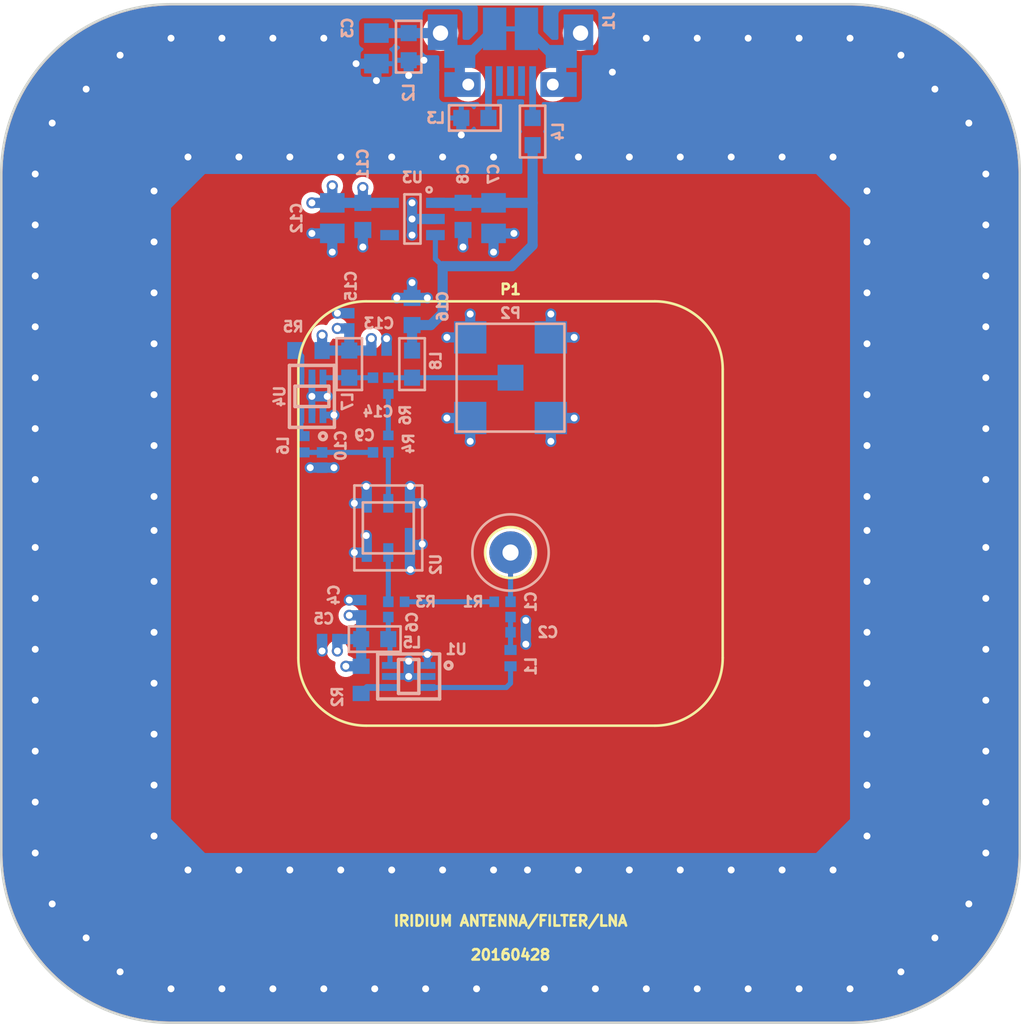
<source format=kicad_pcb>
(kicad_pcb (version 20221018) (generator pcbnew)
  (title_block (title "Iridium Antenna/Filter/LNA") (date "2016-04-28") (rev "20160428") (company "ShareBrained Technology, Inc."))
  (layers (0 "F.Cu" signal) (1 "In1.Cu" power) (2 "In2.Cu" power) (31 "B.Cu" signal) (34 "B.Paste" user) (35 "F.Paste" user) (36 "B.SilkS" user "B.Silkscreen") (37 "F.SilkS" user "F.Silkscreen") (38 "B.Mask" user) (39 "F.Mask" user) (44 "Edge.Cuts" user))
  (net 0 "")
  (net 1 "Net-(C1-Pad1)")
  (net 2 "Net-(C1-Pad2)")
  (net 3 "GND")
  (net 4 "Net-(C3-Pad1)")
  (net 5 "/V_REG")
  (net 6 "Net-(C6-Pad1)")
  (net 7 "Net-(C6-Pad2)")
  (net 8 "/V_RAW")
  (net 9 "Net-(C9-Pad1)")
  (net 10 "Net-(C10-Pad1)")
  (net 11 "Net-(C14-Pad1)")
  (net 12 "Net-(C14-Pad2)")
  (net 13 "Net-(J1-Pad5)")
  (net 14 "Net-(J1-Pad4)")
  (net 15 "Net-(J1-Pad3)")
  (net 16 "Net-(J1-Pad2)")
  (net 17 "Net-(J1-Pad1)")
  (net 18 "Net-(L1-Pad1)")
  (net 19 "Net-(L6-Pad1)")
  (net 20 "Net-(R1-Pad1)")
  (net 21 "Net-(R2-Pad2)")
  (net 22 "Net-(R4-Pad2)")
  (net 23 "Net-(R5-Pad2)")
  (net 24 "Net-(U3-Pad4)")
  (footprint "antenna:TAOGLAS_IP.1621.25.4.A.02" (layer "F.Cu") (at 150 100)
    (fp_text reference "P1")
    (fp_text value "ANT")
  )
  (footprint "ipc_capc:IPC_CAPC1005X55N" (layer "B.Cu") (at 150 105.65 -90)
    (fp_text reference "C1")
    (fp_text value "22P" hide)
  )
  (footprint "ipc_capc:IPC_CAPC1005X55N" (layer "B.Cu") (at 150.45 107)
    (fp_text reference "C2")
    (fp_text value "C" hide)
  )
  (footprint "ipc_capc:IPC_CAPC2012X140N" (layer "B.Cu") (at 142.1 72.6 -90)
    (fp_text reference "C3")
    (fp_text value "100N" hide)
  )
  (footprint "ipc_capc:IPC_CAPC1005X55N" (layer "B.Cu") (at 141.2 105.55 90)
    (fp_text reference "C4")
    (fp_text value "68P" hide)
  )
  (footprint "ipc_capc:IPC_CAPC1005X55N" (layer "B.Cu") (at 139.35 107.4 180)
    (fp_text reference "C5")
    (fp_text value "10N" hide)
  )
  (footprint "ipc_capc:IPC_CAPC1005X55N" (layer "B.Cu") (at 142.8 105.65 90)
    (fp_text reference "C6")
    (fp_text value "22P" hide)
  )
  (footprint "ipc_capc:IPC_CAPC2012X140N" (layer "B.Cu") (at 149 82.6 -90)
    (fp_text reference "C7")
    (fp_text value "10U" hide)
  )
  (footprint "ipc_capc:IPC_CAPC1608X95N" (layer "B.Cu") (at 147.2 82.5 -90)
    (fp_text reference "C8")
    (fp_text value "100N" hide)
  )
  (footprint "ipc_capc:IPC_CAPC1005X55N" (layer "B.Cu") (at 142.35 96.4 180)
    (fp_text reference "C9")
    (fp_text value "22P" hide)
  )
  (footprint "ipc_capc:IPC_CAPC1005X55N" (layer "B.Cu") (at 138.9 96.85 -90)
    (fp_text reference "C10")
    (fp_text value "C" hide)
  )
  (footprint "ipc_capc:IPC_CAPC1608X95N" (layer "B.Cu") (at 141.3 82.5 -90)
    (fp_text reference "C11")
    (fp_text value "100N" hide)
  )
  (footprint "ipc_capc:IPC_CAPC2012X140N" (layer "B.Cu") (at 139.5 82.6 -90)
    (fp_text reference "C12")
    (fp_text value "10U" hide)
  )
  (footprint "ipc_capc:IPC_CAPC1005X55N" (layer "B.Cu") (at 142.25 90.4)
    (fp_text reference "C13")
    (fp_text value "68P" hide)
  )
  (footprint "ipc_capc:IPC_CAPC1005X55N" (layer "B.Cu") (at 142.35 92)
    (fp_text reference "C14")
    (fp_text value "22P" hide)
  )
  (footprint "ipc_capc:IPC_CAPC1005X55N" (layer "B.Cu") (at 140.5 88.65 90)
    (fp_text reference "C15")
    (fp_text value "10N" hide)
  )
  (footprint "ipc_capc:IPC_CAPC1608X95N" (layer "B.Cu") (at 144.2 88.1 90)
    (fp_text reference "C16")
    (fp_text value "100N" hide)
  )
  (footprint "hackrf:GSG-USB-MICROB-FCI-10103592" (layer "B.Cu") (at 150 70 -90)
    (fp_text reference "J1")
    (fp_text value "GSG-USB-MICRO-B-SHIELDED" hide)
  )
  (footprint "ipc_indc:IPC_INDC1005X60N" (layer "B.Cu") (at 150 108.52 90)
    (fp_text reference "L1")
    (fp_text value "L" hide)
  )
  (footprint "ipc_indc:IPC_INDC1608X95N" (layer "B.Cu") (at 144 72.5 90)
    (fp_text reference "L2")
    (fp_text value "L" hide)
  )
  (footprint "ipc_indc:IPC_INDC1608X95N" (layer "B.Cu") (at 147.8999 76.7)
    (fp_text reference "L3")
    (fp_text value "L" hide)
  )
  (footprint "ipc_indc:IPC_INDC1608X95N" (layer "B.Cu") (at 151.3 77.5001 90)
    (fp_text reference "L4")
    (fp_text value "L" hide)
  )
  (footprint "ipc_indc:IPC_INDC1608X95N" (layer "B.Cu") (at 142 107.4 180)
    (fp_text reference "L5")
    (fp_text value "47N" hide)
  )
  (footprint "ipc_indc:IPC_INDC1005X60N" (layer "B.Cu") (at 137.8 95.92 -90)
    (fp_text reference "L6")
    (fp_text value "L" hide)
  )
  (footprint "ipc_indc:IPC_INDC1608X95N" (layer "B.Cu") (at 140.5 91.1999 90)
    (fp_text reference "L7")
    (fp_text value "47N" hide)
  )
  (footprint "ipc_indc:IPC_INDC1608X95N" (layer "B.Cu") (at 144.2 91.1999 90)
    (fp_text reference "L8")
    (fp_text value "L" hide)
  )
  (footprint "ipc_resc:IPC_RESC1005X40N" (layer "B.Cu") (at 149.52 105.2)
    (fp_text reference "R1")
    (fp_text value "0R" hide)
  )
  (footprint "ipc_resc:IPC_RESC1608X55N" (layer "B.Cu") (at 141.2 109.8 -90)
    (fp_text reference "R2")
    (fp_text value "620R" hide)
  )
  (footprint "ipc_resc:IPC_RESC1005X40N" (layer "B.Cu") (at 143.28 105.2)
    (fp_text reference "R3")
    (fp_text value "0R" hide)
  )
  (footprint "ipc_resc:IPC_RESC1005X40N" (layer "B.Cu") (at 142.8 95.88 90)
    (fp_text reference "R4")
    (fp_text value "0R" hide)
  )
  (footprint "ipc_resc:IPC_RESC1608X55N" (layer "B.Cu") (at 138.1 90.4 180)
    (fp_text reference "R5")
    (fp_text value "620R" hide)
  )
  (footprint "ipc_resc:IPC_RESC1005X40N" (layer "B.Cu") (at 142.8 92.48 -90)
    (fp_text reference "R6")
    (fp_text value "0R" hide)
  )
  (footprint "ipc_sot:IPC_SOT65P210X110-6N" (layer "B.Cu") (at 144 109.6 180)
    (fp_text reference "U1")
    (fp_text value "MGA-61563" hide)
  )
  (footprint "epcos:EPCOS_DCC6C" (layer "B.Cu") (at 142.8 100.85 90)
    (fp_text reference "U2")
    (fp_text value "EPCOS_DCC6C" hide)
  )
  (footprint "ipc_sot:IPC_SOT95P280X110-5N" (layer "B.Cu") (at 144.223826 82.65 180)
    (fp_text reference "U3")
    (fp_text value "ADP151_TSOT" hide)
  )
  (footprint "ipc_sot:IPC_SOT65P210X110-6N" (layer "B.Cu") (at 138.3 93.1 90)
    (fp_text reference "U4")
    (fp_text value "MGA-61563" hide)
  )
  (footprint "rf_sma:MOLEX_0732511350" (layer "B.Cu") (at 150 92)
    (fp_text reference "P2")
    (fp_text value "CONN_COAX" hide)
  )
  (gr_arc (start 130 130) (mid 122.928932 127.071068) (end 120 120) (stroke (width 0.15)) (layer "Edge.Cuts"))
  (gr_arc (start 180 120) (mid 177.071068 127.071068) (end 170 130) (stroke (width 0.15)) (layer "Edge.Cuts"))
  (gr_arc (start 120 80) (mid 122.928932 72.928932) (end 130 70) (stroke (width 0.15)) (layer "Edge.Cuts"))
  (gr_line (start 130 70) (end 170 70) (stroke (width 0.15)) (layer "Edge.Cuts"))
  (gr_arc (start 170 70) (mid 177.071068 72.928932) (end 180 80) (stroke (width 0.15)) (layer "Edge.Cuts"))
  (gr_line (start 180 80) (end 180 120) (stroke (width 0.15)) (layer "Edge.Cuts"))
  (gr_line (start 170 130) (end 130 130) (stroke (width 0.15)) (layer "Edge.Cuts"))
  (gr_line (start 120 120) (end 120 80) (stroke (width 0.15)) (layer "Edge.Cuts"))
  (gr_text "20160428" (at 150 126) (layer "F.SilkS") (effects (font (size 0.6096 0.6096) (thickness 0.1524))))
  (gr_text "IRIDIUM ANTENNA/FILTER/LNA" (at 150 124) (layer "F.SilkS") (effects (font (size 0.6096 0.6096) (thickness 0.1524))))
  (segment (start 150 102.3) (end 150 105.2) (width 0.3) (layer "B.Cu") (net 1))
  (segment (start 150 107) (end 150 108.04) (width 0.3) (layer "B.Cu") (net 2))
  (segment (start 150 106.1) (end 150 107) (width 0.3) (layer "B.Cu") (net 2))
  (via (at 140.8 99.4) (size 0.6604) (drill 0.4064) (layers "F.Cu" "B.Cu") (net 3))
  (via (at 158 128) (size 0.6604) (drill 0.4064) (layers "F.Cu" "B.Cu") (net 3))
  (via (at 127 127) (size 0.6604) (drill 0.4064) (layers "F.Cu" "B.Cu") (net 3))
  (via (at 152 128) (size 0.6604) (drill 0.4064) (layers "F.Cu" "B.Cu") (net 3))
  (via (at 144.2 82.65) (size 0.6604) (drill 0.4064) (layers "F.Cu" "B.Cu") (net 3))
  (via (at 147.2 84.3) (size 0.6604) (drill 0.4064) (layers "F.Cu" "B.Cu") (net 3))
  (via (at 153.75 89.625) (size 0.6604) (drill 0.4064) (layers "F.Cu" "B.Cu") (net 3))
  (via (at 149 84.6) (size 0.6604) (drill 0.4064) (layers "F.Cu" "B.Cu") (net 3))
  (via (at 129 113) (size 0.6604) (drill 0.4064) (layers "F.Cu" "B.Cu") (net 3))
  (via (at 144.2 86.4) (size 0.6604) (drill 0.4064) (layers "F.Cu" "B.Cu") (net 3))
  (via (at 178 98) (size 0.6604) (drill 0.4064) (layers "F.Cu" "B.Cu") (net 3))
  (via (at 178 105) (size 0.6604) (drill 0.4064) (layers "F.Cu" "B.Cu") (net 3))
  (via (at 166 121) (size 0.6604) (drill 0.4064) (layers "F.Cu" "B.Cu") (net 3))
  (via (at 122 89) (size 0.6604) (drill 0.4064) (layers "F.Cu" "B.Cu") (net 3))
  (via (at 177 123) (size 0.6604) (drill 0.4064) (layers "F.Cu" "B.Cu") (net 3))
  (via (at 141.5 101.3) (size 0.6604) (drill 0.4064) (layers "F.Cu" "B.Cu") (net 3))
  (via (at 171 81) (size 0.6604) (drill 0.4064) (layers "F.Cu" "B.Cu") (net 3))
  (via (at 157 79) (size 0.6604) (drill 0.4064) (layers "F.Cu" "B.Cu") (net 3))
  (via (at 129 90) (size 0.6604) (drill 0.4064) (layers "F.Cu" "B.Cu") (net 3))
  (via (at 173 127) (size 0.6604) (drill 0.4064) (layers "F.Cu" "B.Cu") (net 3))
  (via (at 171 99) (size 0.6604) (drill 0.4064) (layers "F.Cu" "B.Cu") (net 3))
  (via (at 178 114) (size 0.6604) (drill 0.4064) (layers "F.Cu" "B.Cu") (net 3))
  (via (at 129 84) (size 0.6604) (drill 0.4064) (layers "F.Cu" "B.Cu") (net 3))
  (via (at 171 116) (size 0.6604) (drill 0.4064) (layers "F.Cu" "B.Cu") (net 3))
  (via (at 153.75 94.375) (size 0.6604) (drill 0.4064) (layers "F.Cu" "B.Cu") (net 3))
  (via (at 152.375 88.25) (size 0.6604) (drill 0.4064) (layers "F.Cu" "B.Cu") (net 3))
  (via (at 178 95) (size 0.6604) (drill 0.4064) (layers "F.Cu" "B.Cu") (net 3))
  (via (at 171 87) (size 0.6604) (drill 0.4064) (layers "F.Cu" "B.Cu") (net 3))
  (via (at 136 128) (size 0.6604) (drill 0.4064) (layers "F.Cu" "B.Cu") (net 3))
  (via (at 171 119) (size 0.6604) (drill 0.4064) (layers "F.Cu" "B.Cu") (net 3))
  (via (at 146.25 94.375) (size 0.6604) (drill 0.4064) (layers "F.Cu" "B.Cu") (net 3))
  (via (at 146.25 89.625) (size 0.6604) (drill 0.4064) (layers "F.Cu" "B.Cu") (net 3))
  (via (at 137 121) (size 0.6604) (drill 0.4064) (layers "F.Cu" "B.Cu") (net 3))
  (via (at 122 111) (size 0.6604) (drill 0.4064) (layers "F.Cu" "B.Cu") (net 3))
  (via (at 142.1 74.5) (size 0.6604) (drill 0.4064) (layers "F.Cu" "B.Cu") (net 3))
  (via (at 143 79) (size 0.6604) (drill 0.4064) (layers "F.Cu" "B.Cu") (net 3))
  (via (at 169 79) (size 0.6604) (drill 0.4064) (layers "F.Cu" "B.Cu") (net 3))
  (via (at 147.625 95.75) (size 0.6604) (drill 0.4064) (layers "F.Cu" "B.Cu") (net 3))
  (via (at 178 89) (size 0.6604) (drill 0.4064) (layers "F.Cu" "B.Cu") (net 3))
  (via (at 129 104) (size 0.6604) (drill 0.4064) (layers "F.Cu" "B.Cu") (net 3))
  (via (at 139.6 94.2) (size 0.6604) (drill 0.4064) (layers "F.Cu" "B.Cu") (net 3))
  (via (at 178 102) (size 0.6604) (drill 0.4064) (layers "F.Cu" "B.Cu") (net 3))
  (via (at 157 121) (size 0.6604) (drill 0.4064) (layers "F.Cu" "B.Cu") (net 3))
  (via (at 173 73) (size 0.6604) (drill 0.4064) (layers "F.Cu" "B.Cu") (net 3))
  (via (at 171 101) (size 0.6604) (drill 0.4064) (layers "F.Cu" "B.Cu") (net 3))
  (via (at 178 83) (size 0.6604) (drill 0.4064) (layers "F.Cu" "B.Cu") (net 3))
  (via (at 131 79) (size 0.6604) (drill 0.4064) (layers "F.Cu" "B.Cu") (net 3))
  (via (at 167 72) (size 0.6604) (drill 0.4064) (layers "F.Cu" "B.Cu") (net 3))
  (via (at 122 105) (size 0.6604) (drill 0.4064) (layers "F.Cu" "B.Cu") (net 3))
  (via (at 144.8 101.8) (size 0.6604) (drill 0.4064) (layers "F.Cu" "B.Cu") (net 3))
  (via (at 140.5 105.1) (size 0.6604) (drill 0.4064) (layers "F.Cu" "B.Cu") (net 3))
  (via (at 169 121) (size 0.6604) (drill 0.4064) (layers "F.Cu" "B.Cu") (net 3))
  (via (at 129 96) (size 0.6604) (drill 0.4064) (layers "F.Cu" "B.Cu") (net 3))
  (via (at 156 74) (size 0.6604) (drill 0.4064) (layers "F.Cu" "B.Cu") (net 3))
  (via (at 152.375 95.75) (size 0.6604) (drill 0.4064) (layers "F.Cu" "B.Cu") (net 3))
  (via (at 171 104) (size 0.6604) (drill 0.4064) (layers "F.Cu" "B.Cu") (net 3))
  (via (at 141.5 98.4) (size 0.6604) (drill 0.4064) (layers "F.Cu" "B.Cu") (net 3))
  (via (at 129 119) (size 0.6604) (drill 0.4064) (layers "F.Cu" "B.Cu") (net 3))
  (via (at 178 108) (size 0.6604) (drill 0.4064) (layers "F.Cu" "B.Cu") (net 3))
  (via (at 178 117) (size 0.6604) (drill 0.4064) (layers "F.Cu" "B.Cu") (net 3))
  (via (at 171 110) (size 0.6604) (drill 0.4064) (layers "F.Cu" "B.Cu") (net 3))
  (via (at 175 125) (size 0.6604) (drill 0.4064) (layers "F.Cu" "B.Cu") (net 3))
  (via (at 177 77) (size 0.6604) (drill 0.4064) (layers "F.Cu" "B.Cu") (net 3))
  (via (at 139.6 97.3) (size 0.6604) (drill 0.4064) (layers "F.Cu" "B.Cu") (net 3))
  (via (at 178 120) (size 0.6604) (drill 0.4064) (layers "F.Cu" "B.Cu") (net 3))
  (via (at 122 114) (size 0.6604) (drill 0.4064) (layers "F.Cu" "B.Cu") (net 3))
  (via (at 130 72) (size 0.6604) (drill 0.4064) (layers "F.Cu" "B.Cu") (net 3))
  (via (at 149 79) (size 0.6604) (drill 0.4064) (layers "F.Cu" "B.Cu") (net 3))
  (via (at 144.2 81.7) (size 0.6604) (drill 0.4064) (layers "F.Cu" "B.Cu") (net 3))
  (via (at 122 108) (size 0.6604) (drill 0.4064) (layers "F.Cu" "B.Cu") (net 3))
  (via (at 140 121) (size 0.6604) (drill 0.4064) (layers "F.Cu" "B.Cu") (net 3))
  (via (at 155 128) (size 0.6604) (drill 0.4064) (layers "F.Cu" "B.Cu") (net 3))
  (via (at 147.1 77.7) (size 0.6604) (drill 0.4064) (layers "F.Cu" "B.Cu") (net 3))
  (via (at 122 120) (size 0.6604) (drill 0.4064) (layers "F.Cu" "B.Cu") (net 3))
  (via (at 129 99) (size 0.6604) (drill 0.4064) (layers "F.Cu" "B.Cu") (net 3))
  (via (at 145.1 108.3) (size 0.6604) (drill 0.4064) (layers "F.Cu" "B.Cu") (net 3))
  (via (at 148 128) (size 0.6604) (drill 0.4064) (layers "F.Cu" "B.Cu") (net 3))
  (via (at 123 77) (size 0.6604) (drill 0.4064) (layers "F.Cu" "B.Cu") (net 3))
  (via (at 140.9 73.5) (size 0.6604) (drill 0.4064) (layers "F.Cu" "B.Cu") (net 3))
  (via (at 178 111) (size 0.6604) (drill 0.4064) (layers "F.Cu" "B.Cu") (net 3))
  (via (at 163 121) (size 0.6604) (drill 0.4064) (layers "F.Cu" "B.Cu") (net 3))
  (via (at 164 128) (size 0.6604) (drill 0.4064) (layers "F.Cu" "B.Cu") (net 3))
  (via (at 139 72) (size 0.6604) (drill 0.4064) (layers "F.Cu" "B.Cu") (net 3))
  (via (at 161 72) (size 0.6604) (drill 0.4064) (layers "F.Cu" "B.Cu") (net 3))
  (via (at 125 125) (size 0.6604) (drill 0.4064) (layers "F.Cu" "B.Cu") (net 3))
  (via (at 129 101) (size 0.6604) (drill 0.4064) (layers "F.Cu" "B.Cu") (net 3))
  (via (at 122 117) (size 0.6604) (drill 0.4064) (layers "F.Cu" "B.Cu") (net 3))
  (via (at 122 86) (size 0.6604) (drill 0.4064) (layers "F.Cu" "B.Cu") (net 3))
  (via (at 122 92) (size 0.6604) (drill 0.4064) (layers "F.Cu" "B.Cu") (net 3))
  (via (at 129 107) (size 0.6604) (drill 0.4064) (layers "F.Cu" "B.Cu") (net 3))
  (via (at 144.1 98.4) (size 0.6604) (drill 0.4064) (layers "F.Cu" "B.Cu") (net 3))
  (via (at 138.2 97.3) (size 0.6604) (drill 0.4064) (layers "F.Cu" "B.Cu") (net 3))
  (via (at 144 109.6) (size 0.6604) (drill 0.4064) (layers "F.Cu" "B.Cu") (net 3))
  (via (at 158 72) (size 0.6604) (drill 0.4064) (layers "F.Cu" "B.Cu") (net 3))
  (via (at 144.1 103.3) (size 0.6604) (drill 0.4064) (layers "F.Cu" "B.Cu") (net 3))
  (via (at 129 93) (size 0.6604) (drill 0.4064) (layers "F.Cu" "B.Cu") (net 3))
  (via (at 129 81) (size 0.6604) (drill 0.4064) (layers "F.Cu" "B.Cu") (net 3))
  (via (at 138.9 108.1) (size 0.6604) (drill 0.4064) (layers "F.Cu" "B.Cu") (net 3))
  (via (at 147.625 88.25) (size 0.6604) (drill 0.4064) (layers "F.Cu" "B.Cu") (net 3))
  (via (at 129 87) (size 0.6604) (drill 0.4064) (layers "F.Cu" "B.Cu") (net 3))
  (via (at 133 72) (size 0.6604) (drill 0.4064) (layers "F.Cu" "B.Cu") (net 3))
  (via (at 130 128) (size 0.6604) (drill 0.4064) (layers "F.Cu" "B.Cu") (net 3))
  (via (at 178 80) (size 0.6604) (drill 0.4064) (layers "F.Cu" "B.Cu") (net 3))
  (via (at 134 79) (size 0.6604) (drill 0.4064) (layers "F.Cu" "B.Cu") (net 3))
  (via (at 144 74.2) (size 0.6604) (drill 0.4064) (layers "F.Cu" "B.Cu") (net 3))
  (via (at 144.2 83.6) (size 0.6604) (drill 0.4064) (layers "F.Cu" "B.Cu") (net 3))
  (via (at 142.7 89.7) (size 0.6604) (drill 0.4064) (layers "F.Cu" "B.Cu") (net 3))
  (via (at 143.3 87.3) (size 0.6604) (drill 0.4064) (layers "F.Cu" "B.Cu") (net 3))
  (via (at 122 83) (size 0.6604) (drill 0.4064) (layers "F.Cu" "B.Cu") (net 3))
  (via (at 129 116) (size 0.6604) (drill 0.4064) (layers "F.Cu" "B.Cu") (net 3))
  (via (at 150.9 106.3) (size 0.6604) (drill 0.4064) (layers "F.Cu" "B.Cu") (net 3))
  (via (at 171 107) (size 0.6604) (drill 0.4064) (layers "F.Cu" "B.Cu") (net 3))
  (via (at 170 72) (size 0.6604) (drill 0.4064) (layers "F.Cu" "B.Cu") (net 3))
  (via (at 154 79) (size 0.6604) (drill 0.4064) (layers "F.Cu" "B.Cu") (net 3))
  (via (at 125 75) (size 0.6604) (drill 0.4064) (layers "F.Cu" "B.Cu") (net 3))
  (via (at 122 102) (size 0.6604) (drill 0.4064) (layers "F.Cu" "B.Cu") (net 3))
  (via (at 171 96) (size 0.6604) (drill 0.4064) (layers "F.Cu" "B.Cu") (net 3))
  (via (at 134 121) (size 0.6604) (drill 0.4064) (layers "F.Cu" "B.Cu") (net 3))
  (via (at 151 121) (size 0.6604) (drill 0.4064) (layers "F.Cu" "B.Cu") (net 3))
  (via (at 175 75) (size 0.6604) (drill 0.4064) (layers "F.Cu" "B.Cu") (net 3))
  (via (at 139.2 93.1) (size 0.6604) (drill 0.4064) (layers "F.Cu" "B.Cu") (net 3))
  (via (at 138.3 93.1) (size 0.6604) (drill 0.4064) (layers "F.Cu" "B.Cu") (net 3))
  (via (at 167 128) (size 0.6604) (drill 0.4064) (layers "F.Cu" "B.Cu") (net 3))
  (via (at 136 72) (size 0.6604) (drill 0.4064) (layers "F.Cu" "B.Cu") (net 3))
  (via (at 171 90) (size 0.6604) (drill 0.4064) (layers "F.Cu" "B.Cu") (net 3))
  (via (at 146 79) (size 0.6604) (drill 0.4064) (layers "F.Cu" "B.Cu") (net 3))
  (via (at 161 128) (size 0.6604) (drill 0.4064) (layers "F.Cu" "B.Cu") (net 3))
  (via (at 123 123) (size 0.6604) (drill 0.4064) (layers "F.Cu" "B.Cu") (net 3))
  (via (at 138.3 83.5) (size 0.6604) (drill 0.4064) (layers "F.Cu" "B.Cu") (net 3))
  (via (at 166 79) (size 0.6604) (drill 0.4064) (layers "F.Cu" "B.Cu") (net 3))
  (via (at 178 86) (size 0.6604) (drill 0.4064) (layers "F.Cu" "B.Cu") (net 3))
  (via (at 141.3 84.3) (size 0.6604) (drill 0.4064) (layers "F.Cu" "B.Cu") (net 3))
  (via (at 170 128) (size 0.6604) (drill 0.4064) (layers "F.Cu" "B.Cu") (net 3))
  (via (at 139.8 88.2) (size 0.6604) (drill 0.4064) (layers "F.Cu" "B.Cu") (net 3))
  (via (at 163 79) (size 0.6604) (drill 0.4064) (layers "F.Cu" "B.Cu") (net 3))
  (via (at 139 128) (size 0.6604) (drill 0.4064) (layers "F.Cu" "B.Cu") (net 3))
  (via (at 144.8 99.4) (size 0.6604) (drill 0.4064) (layers "F.Cu" "B.Cu") (net 3))
  (via (at 160 121) (size 0.6604) (drill 0.4064) (layers "F.Cu" "B.Cu") (net 3))
  (via (at 140.8 102.3) (size 0.6604) (drill 0.4064) (layers "F.Cu" "B.Cu") (net 3))
  (via (at 140 79) (size 0.6604) (drill 0.4064) (layers "F.Cu" "B.Cu") (net 3))
  (via (at 164 72) (size 0.6604) (drill 0.4064) (layers "F.Cu" "B.Cu") (net 3))
  (via (at 171 93) (size 0.6604) (drill 0.4064) (layers "F.Cu" "B.Cu") (net 3))
  (via (at 137 79) (size 0.6604) (drill 0.4064) (layers "F.Cu" "B.Cu") (net 3))
  (via (at 129 110) (size 0.6604) (drill 0.4064) (layers "F.Cu" "B.Cu") (net 3))
  (via (at 122 98) (size 0.6604) (drill 0.4064) (layers "F.Cu" "B.Cu") (net 3))
  (via (at 149 121) (size 0.6604) (drill 0.4064) (layers "F.Cu" "B.Cu") (net 3))
  (via (at 171 84) (size 0.6604) (drill 0.4064) (layers "F.Cu" "B.Cu") (net 3))
  (via (at 178 92) (size 0.6604) (drill 0.4064) (layers "F.Cu" "B.Cu") (net 3))
  (via (at 160 79) (size 0.6604) (drill 0.4064) (layers "F.Cu" "B.Cu") (net 3))
  (via (at 122 80) (size 0.6604) (drill 0.4064) (layers "F.Cu" "B.Cu") (net 3))
  (via (at 142 128) (size 0.6604) (drill 0.4064) (layers "F.Cu" "B.Cu") (net 3))
  (via (at 154 121) (size 0.6604) (drill 0.4064) (layers "F.Cu" "B.Cu") (net 3))
  (via (at 145.1 87.3) (size 0.6604) (drill 0.4064) (layers "F.Cu" "B.Cu") (net 3))
  (via (at 139.5 84.6) (size 0.6604) (drill 0.4064) (layers "F.Cu" "B.Cu") (net 3))
  (via (at 150.2 83.5) (size 0.6604) (drill 0.4064) (layers "F.Cu" "B.Cu") (net 3))
  (via (at 150.9 107.7) (size 0.6604) (drill 0.4064) (layers "F.Cu" "B.Cu") (net 3))
  (via (at 133 128) (size 0.6604) (drill 0.4064) (layers "F.Cu" "B.Cu") (net 3))
  (via (at 171 113) (size 0.6604) (drill 0.4064) (layers "F.Cu" "B.Cu") (net 3))
  (via (at 127 73) (size 0.6604) (drill 0.4064) (layers "F.Cu" "B.Cu") (net 3))
  (via (at 145 128) (size 0.6604) (drill 0.4064) (layers "F.Cu" "B.Cu") (net 3))
  (via (at 143 121) (size 0.6604) (drill 0.4064) (layers "F.Cu" "B.Cu") (net 3))
  (via (at 146 121) (size 0.6604) (drill 0.4064) (layers "F.Cu" "B.Cu") (net 3))
  (via (at 131 121) (size 0.6604) (drill 0.4064) (layers "F.Cu" "B.Cu") (net 3))
  (via (at 144 108.7) (size 0.6604) (drill 0.4064) (layers "F.Cu" "B.Cu") (net 3))
  (via (at 144.9 73.3) (size 0.6604) (drill 0.4064) (layers "F.Cu" "B.Cu") (net 3))
  (via (at 122 95) (size 0.6604) (drill 0.4064) (layers "F.Cu" "B.Cu") (net 3))
  (segment (start 147.2 83.3) (end 147.2 84.3) (width 0.6) (layer "B.Cu") (net 3))
  (segment (start 142 128) (end 145 128) (width 0.3) (layer "B.Cu") (net 3))
  (segment (start 147.625 89.625) (end 146.25 89.625) (width 0.6) (layer "B.Cu") (net 3))
  (segment (start 166 79) (end 163 79) (width 0.3) (layer "B.Cu") (net 3))
  (segment (start 122 98) (end 122 102) (width 0.3) (layer "B.Cu") (net 3))
  (segment (start 122 111) (end 122 114) (width 0.3) (layer "B.Cu") (net 3))
  (segment (start 155 128) (end 158 128) (width 0.3) (layer "B.Cu") (net 3))
  (segment (start 160 79) (end 157 79) (width 0.3) (layer "B.Cu") (net 3))
  (segment (start 172 72) (end 170 72) (width 0.3) (layer "B.Cu") (net 3))
  (segment (start 144.07 103.27) (end 144.1 103.3) (width 0.6) (layer "B.Cu") (net 3))
  (segment (start 138.9 97.3) (end 138.2 97.3) (width 0.6) (layer "B.Cu") (net 3))
  (segment (start 141.53 102.3) (end 141.53 101.33) (width 0.6) (layer "B.Cu") (net 3))
  (segment (start 140.9 73.5) (end 140.5 73.5) (width 0.3) (layer "B.Cu") (net 3))
  (segment (start 127 73) (end 125 75) (width 0.3) (layer "B.Cu") (net 3))
  (segment (start 147.0998 76.7) (end 147.0998 77.6998) (width 0.6) (layer "B.Cu") (net 3))
  (segment (start 144.07 99.4) (end 144.07 98.43) (width 0.6) (layer "B.Cu") (net 3))
  (segment (start 128 128) (end 130 128) (width 0.3) (layer "B.Cu") (net 3))
  (segment (start 138.3 93.1) (end 139.2 93.1) (width 0.6) (layer "B.Cu") (net 3))
  (segment (start 158 128) (end 161 128) (width 0.3) (layer "B.Cu") (net 3))
  (segment (start 146 121) (end 149 121) (width 0.3) (layer "B.Cu") (net 3))
  (segment (start 172 128) (end 173 127) (width 0.3) (layer "B.Cu") (net 3))
  (segment (start 122 122) (end 123 123) (width 0.3) (layer "B.Cu") (net 3))
  (segment (start 171 110) (end 171 107) (width 0.3) (layer "B.Cu") (net 3))
  (segment (start 160 121) (end 163 121) (width 0.3) (layer "B.Cu") (net 3))
  (segment (start 178 86) (end 178 83) (width 0.3) (layer "B.Cu") (net 3))
  (segment (start 166 121) (end 169 121) (width 0.3) (layer "B.Cu") (net 3))
  (segment (start 129 90) (end 129 93) (width 0.3) (layer "B.Cu") (net 3))
  (segment (start 178 80) (end 178 78) (width 0.3) (layer "B.Cu") (net 3))
  (segment (start 157 121) (end 160 121) (width 0.3) (layer "B.Cu") (net 3))
  (segment (start 122 102) (end 122 105) (width 0.3) (layer "B.Cu") (net 3))
  (segment (start 129 96) (end 129 99) (width 0.3) (layer "B.Cu") (net 3))
  (segment (start 136 72) (end 133 72) (width 0.3) (layer "B.Cu") (net 3))
  (segment (start 129 113) (end 129 116) (width 0.3) (layer "B.Cu") (net 3))
  (segment (start 137 79) (end 134 79) (width 0.3) (layer "B.Cu") (net 3))
  (segment (start 178 89) (end 178 86) (width 0.3) (layer "B.Cu") (net 3))
  (segment (start 171 84) (end 171 81) (width 0.3) (layer "B.Cu") (net 3))
  (segment (start 149 79) (end 146 79) (width 0.3) (layer "B.Cu") (net 3))
  (segment (start 167 72) (end 164 72) (width 0.3) (layer "B.Cu") (net 3))
  (segment (start 178 92) (end 178 89) (width 0.3) (layer "B.Cu") (net 3))
  (segment (start 125 125) (end 127 127) (width 0.3) (layer "B.Cu") (net 3))
  (segment (start 129 110) (end 129 113) (width 0.3) (layer "B.Cu") (net 3))
  (segment (start 129 99) (end 129 101) (width 0.3) (layer "B.Cu") (net 3))
  (segment (start 178 108) (end 178 105) (width 0.3) (layer "B.Cu") (net 3))
  (segment (start 178 111) (end 178 108) (width 0.3) (layer "B.Cu") (net 3))
  (segment (start 141.53 99.4) (end 140.8 99.4) (width 0.6) (layer "B.Cu") (net 3))
  (segment (start 154 121) (end 157 121) (width 0.3) (layer "B.Cu") (net 3))
  (segment (start 161 128) (end 164 128) (width 0.3) (layer "B.Cu") (net 3))
  (segment (start 164 128) (end 167 128) (width 0.3) (layer "B.Cu") (net 3))
  (segment (start 169 79) (end 166 79) (width 0.3) (layer "B.Cu") (net 3))
  (segment (start 171 99) (end 171 96) (width 0.3) (layer "B.Cu") (net 3))
  (segment (start 144.2 87.3) (end 144.2 86.4) (width 0.6) (layer "B.Cu") (net 3))
  (segment (start 144.07 101.85) (end 144.75 101.85) (width 0.6) (layer "B.Cu") (net 3))
  (segment (start 163 79) (end 160 79) (width 0.3) (layer "B.Cu") (net 3))
  (segment (start 144.07 101.85) (end 144.07 103.27) (width 0.6) (layer "B.Cu") (net 3))
  (segment (start 144.75 101.85) (end 144.8 101.8) (width 0.6) (layer "B.Cu") (net 3))
  (segment (start 164 72) (end 161 72) (width 0.3) (layer "B.Cu") (net 3))
  (segment (start 145.1 108.95) (end 145.1 108.3) (width 0.4) (layer "B.Cu") (net 3))
  (segment (start 122 108) (end 122 111) (width 0.3) (layer "B.Cu") (net 3))
  (segment (start 148 128) (end 152 128) (width 0.3) (layer "B.Cu") (net 3))
  (segment (start 122 114) (end 122 117) (width 0.3) (layer "B.Cu") (net 3))
  (segment (start 149 83.5) (end 150.2 83.5) (width 0.6) (layer "B.Cu") (net 3))
  (segment (start 178 114) (end 178 111) (width 0.3) (layer "B.Cu") (net 3))
  (segment (start 147.625 94.375) (end 146.25 94.375) (width 0.6) (layer "B.Cu") (net 3))
  (segment (start 141.53 98.43) (end 141.5 98.4) (width 0.6) (layer "B.Cu") (net 3))
  (segment (start 128 72) (end 127 73) (width 0.3) (layer "B.Cu") (net 3))
  (segment (start 123 77) (end 122 78) (width 0.3) (layer "B.Cu") (net 3))
  (segment (start 171 104) (end 171 101) (width 0.3) (layer "B.Cu") (net 3))
  (segment (start 142.1 73.5) (end 140.9 73.5) (width 0.6) (layer "B.Cu") (net 3))
  (segment (start 171 116) (end 171 113) (width 0.3) (layer "B.Cu") (net 3))
  (segment (start 122 89) (end 122 92) (width 0.3) (layer "B.Cu") (net 3))
  (segment (start 122 120) (end 122 122) (width 0.3) (layer "B.Cu") (net 3))
  (segment (start 178 120) (end 178 117) (width 0.3) (layer "B.Cu") (net 3))
  (segment (start 140.5 73.5) (end 139 72) (width 0.3) (layer "B.Cu") (net 3))
  (segment (start 147.625 94.375) (end 147.625 95.75) (width 0.6) (layer "B.Cu") (net 3))
  (segment (start 171 119) (end 171 116) (width 0.3) (layer "B.Cu") (net 3))
  (segment (start 152.375 89.625) (end 153.75 89.625) (width 0.6) (layer "B.Cu") (net 3))
  (segment (start 129 104) (end 129 107) (width 0.3) (layer "B.Cu") (net 3))
  (segment (start 171 113) (end 171 110) (width 0.3) (layer "B.Cu") (net 3))
  (segment (start 178 117) (end 178 114) (width 0.3) (layer "B.Cu") (net 3))
  (segment (start 178 102) (end 178 98) (width 0.3) (layer "B.Cu") (net 3))
  (segment (start 161 72) (end 158 72) (width 0.3) (layer "B.Cu") (net 3))
  (segment (start 141.2 105.1) (end 140.5 105.1) (width 0.6) (layer "B.Cu") (net 3))
  (segment (start 125 75) (end 123 77) (width 0.3) (layer "B.Cu") (net 3))
  (segment (start 147.7 77.7) (end 149 79) (width 0.3) (layer "B.Cu") (net 3))
  (segment (start 122 86) (end 122 89) (width 0.3) (layer "B.Cu") (net 3))
  (segment (start 139 72) (end 136 72) (width 0.3) (layer "B.Cu") (net 3))
  (segment (start 151 121) (end 154 121) (width 0.3) (layer "B.Cu") (net 3))
  (segment (start 139 128) (end 142 128) (width 0.3) (layer "B.Cu") (net 3))
  (segment (start 129 93) (end 129 96) (width 0.3) (layer "B.Cu") (net 3))
  (segment (start 170 128) (end 172 128) (width 0.3) (layer "B.Cu") (net 3))
  (segment (start 144.2 82.65) (end 144.2 81.7) (width 0.6) (layer "B.Cu") (net 3))
  (segment (start 169 121) (end 171 119) (width 0.3) (layer "B.Cu") (net 3))
  (segment (start 144 73.3001) (end 144.8999 73.3001) (width 0.6) (layer "B.Cu") (net 3))
  (segment (start 133 128) (end 136 128) (width 0.3) (layer "B.Cu") (net 3))
  (segment (start 144.2 87.3) (end 145.1 87.3) (width 0.6) (layer "B.Cu") (net 3))
  (segment (start 177 123) (end 178 122) (width 0.3) (layer "B.Cu") (net 3))
  (segment (start 145.573826 82.65) (end 144.2 82.65) (width 0.6) (layer "B.Cu") (net 3))
  (segment (start 147.0998 77.6998) (end 147.1 77.7) (width 0.6) (layer "B.Cu") (net 3))
  (segment (start 175 125) (end 177 123) (width 0.3) (layer "B.Cu") (net 3))
  (segment (start 163 121) (end 166 121) (width 0.3) (layer "B.Cu") (net 3))
  (segment (start 178 122) (end 178 120) (width 0.3) (layer "B.Cu") (net 3))
  (segment (start 150.9 107) (end 150.9 106.3) (width 0.6) (layer "B.Cu") (net 3))
  (segment (start 134 121) (end 137 121) (width 0.3) (layer "B.Cu") (net 3))
  (segment (start 133 72) (end 130 72) (width 0.3) (layer "B.Cu") (net 3))
  (segment (start 129 101) (end 129 104) (width 0.3) (layer "B.Cu") (net 3))
  (segment (start 129 87) (end 129 90) (width 0.3) (layer "B.Cu") (net 3))
  (segment (start 171 90) (end 171 87) (width 0.3) (layer "B.Cu") (net 3))
  (segment (start 171 93) (end 171 90) (width 0.3) (layer "B.Cu") (net 3))
  (segment (start 142.7 90.4) (end 142.7 89.7) (width 0.6) (layer "B.Cu") (net 3))
  (segment (start 171 81) (end 169 79) (width 0.3) (layer "B.Cu") (net 3))
  (segment (start 122 117) (end 122 120) (width 0.3) (layer "B.Cu") (net 3))
  (segment (start 122 80) (end 122 83) (width 0.3) (layer "B.Cu") (net 3))
  (segment (start 138.3 92) (end 138.3 93.1) (width 0.4) (layer "B.Cu") (net 3))
  (segment (start 152.375 94.375) (end 153.75 94.375) (width 0.6) (layer "B.Cu") (net 3))
  (segment (start 178 98) (end 178 95) (width 0.3) (layer "B.Cu") (net 3))
  (segment (start 139.5 83.5) (end 138.3 83.5) (width 0.6) (layer "B.Cu") (net 3))
  (segment (start 131 121) (end 134 121) (width 0.3) (layer "B.Cu") (net 3))
  (segment (start 137 121) (end 140 121) (width 0.3) (layer "B.Cu") (net 3))
  (segment (start 171 101) (end 171 99) (width 0.3) (layer "B.Cu") (net 3))
  (segment (start 130 72) (end 128 72) (width 0.3) (layer "B.Cu") (net 3))
  (segment (start 122 95) (end 122 98) (width 0.3) (layer "B.Cu") (net 3))
  (segment (start 158 72) (end 156 74) (width 0.3) (layer "B.Cu") (net 3))
  (segment (start 134 79) (end 131 79) (width 0.3) (layer "B.Cu") (net 3))
  (segment (start 129 107) (end 129 110) (width 0.3) (layer "B.Cu") (net 3))
  (segment (start 171 87) (end 171 84) (width 0.3) (layer "B.Cu") (net 3))
  (segment (start 139.5 83.5) (end 139.5 84.6) (width 0.6) (layer "B.Cu") (net 3))
  (segment (start 143 121) (end 146 121) (width 0.3) (layer "B.Cu") (net 3))
  (segment (start 145 128) (end 148 128) (width 0.3) (layer "B.Cu") (net 3))
  (segment (start 178 78) (end 177 77) (width 0.3) (layer "B.Cu") (net 3))
  (segment (start 138.95 94.2) (end 139.6 94.2) (width 0.4) (layer "B.Cu") (net 3))
  (segment (start 144.2 82.65) (end 144.2 83.6) (width 0.6) (layer "B.Cu") (net 3))
  (segment (start 146 79) (end 143 79) (width 0.3) (layer "B.Cu") (net 3))
  (segment (start 144.8999 73.3001) (end 144.9 73.3) (width 0.6) (layer "B.Cu") (net 3))
  (segment (start 129 119) (end 131 121) (width 0.3) (layer "B.Cu") (net 3))
  (segment (start 122 78) (end 122 80) (width 0.3) (layer "B.Cu") (net 3))
  (segment (start 122 92) (end 122 95) (width 0.3) (layer "B.Cu") (net 3))
  (segment (start 150.9 107) (end 150.9 107.7) (width 0.6) (layer "B.Cu") (net 3))
  (segment (start 152.375 89.625) (end 152.375 88.25) (width 0.6) (layer "B.Cu") (net 3))
  (segment (start 178 95) (end 178 92) (width 0.3) (layer "B.Cu") (net 3))
  (segment (start 136 128) (end 139 128) (width 0.3) (layer "B.Cu") (net 3))
  (segment (start 144.2 87.3) (end 143.3 87.3) (width 0.6) (layer "B.Cu") (net 3))
  (segment (start 138.9 108.1) (end 138.9 107.4) (width 0.6) (layer "B.Cu") (net 3))
  (segment (start 173 127) (end 175 125) (width 0.3) (layer "B.Cu") (net 3))
  (segment (start 143 79) (end 140 79) (width 0.3) (layer "B.Cu") (net 3))
  (segment (start 178 83) (end 178 80) (width 0.3) (layer "B.Cu") (net 3))
  (segment (start 147.625 89.625) (end 147.625 88.25) (width 0.6) (layer "B.Cu") (net 3))
  (segment (start 171 107) (end 171 104) (width 0.3) (layer "B.Cu") (net 3))
  (segment (start 144.07 98.43) (end 144.1 98.4) (width 0.6) (layer "B.Cu") (net 3))
  (segment (start 141.53 99.4) (end 141.53 98.43) (width 0.6) (layer "B.Cu") (net 3))
  (segment (start 129 84) (end 129 87) (width 0.3) (layer "B.Cu") (net 3))
  (segment (start 129 81) (end 129 84) (width 0.3) (layer "B.Cu") (net 3))
  (segment (start 131 79) (end 129 81) (width 0.3) (layer "B.Cu") (net 3))
  (segment (start 140 121) (end 143 121) (width 0.3) (layer "B.Cu") (net 3))
  (segment (start 173 73) (end 172 72) (width 0.3) (layer "B.Cu") (net 3))
  (segment (start 177 77) (end 175 75) (width 0.3) (layer "B.Cu") (net 3))
  (segment (start 170 72) (end 167 72) (width 0.3) (layer "B.Cu") (net 3))
  (segment (start 147.1 77.7) (end 147.7 77.7) (width 0.3) (layer "B.Cu") (net 3))
  (segment (start 123 123) (end 125 125) (width 0.3) (layer "B.Cu") (net 3))
  (segment (start 141.3 83.3) (end 141.3 84.3) (width 0.6) (layer "B.Cu") (net 3))
  (segment (start 167 128) (end 170 128) (width 0.3) (layer "B.Cu") (net 3))
  (segment (start 141.53 102.3) (end 140.8 102.3) (width 0.6) (layer "B.Cu") (net 3))
  (segment (start 171 96) (end 171 93) (width 0.3) (layer "B.Cu") (net 3))
  (segment (start 152 128) (end 155 128) (width 0.3) (layer "B.Cu") (net 3))
  (segment (start 144 109.6) (end 144 108.7) (width 0.6) (layer "B.Cu") (net 3))
  (segment (start 138.9 97.3) (end 139.6 97.3) (width 0.6) (layer "B.Cu") (net 3))
  (segment (start 145.1 109.6) (end 144 109.6) (width 0.4) (layer "B.Cu") (net 3))
  (segment (start 130 128) (end 133 128) (width 0.3) (layer "B.Cu") (net 3))
  (segment (start 140 79) (end 137 79) (width 0.3) (layer "B.Cu") (net 3))
  (segment (start 140.5 88.2) (end 139.8 88.2) (width 0.6) (layer "B.Cu") (net 3))
  (segment (start 178 105) (end 178 102) (width 0.3) (layer "B.Cu") (net 3))
  (segment (start 127 127) (end 128 128) (width 0.3) (layer "B.Cu") (net 3))
  (segment (start 144.07 99.4) (end 144.8 99.4) (width 0.6) (layer "B.Cu") (net 3))
  (segment (start 129 116) (end 129 119) (width 0.3) (layer "B.Cu") (net 3))
  (segment (start 141.53 101.33) (end 141.5 101.3) (width 0.6) (layer "B.Cu") (net 3))
  (segment (start 138.3 93.1) (end 138.3 94.2) (width 0.4) (layer "B.Cu") (net 3))
  (segment (start 142.1 73.5) (end 142.1 74.5) (width 0.6) (layer "B.Cu") (net 3))
  (segment (start 175 75) (end 173 73) (width 0.3) (layer "B.Cu") (net 3))
  (segment (start 142.9 109.6) (end 144 109.6) (width 0.4) (layer "B.Cu") (net 3))
  (segment (start 122 83) (end 122 86) (width 0.3) (layer "B.Cu") (net 3))
  (segment (start 152.375 94.375) (end 152.375 95.75) (width 0.6) (layer "B.Cu") (net 3))
  (segment (start 144 73.3001) (end 144 74.2) (width 0.6) (layer "B.Cu") (net 3))
  (segment (start 149 121) (end 151 121) (width 0.3) (layer "B.Cu") (net 3))
  (segment (start 157 79) (end 154 79) (width 0.3) (layer "B.Cu") (net 3))
  (segment (start 149 83.5) (end 149 84.6) (width 0.6) (layer "B.Cu") (net 3))
  (segment (start 122 105) (end 122 108) (width 0.3) (layer "B.Cu") (net 3))
  (segment (start 147.4375 73.075) (end 149.0625 71.45) (width 0.6) (layer "B.Cu") (net 4))
  (segment (start 154.125 71.7) (end 154.125 71.9375) (width 0.6) (layer "B.Cu") (net 4))
  (segment (start 147.0125 74.2325) (end 147.51 74.73) (width 0.6) (layer "B.Cu") (net 4))
  (segment (start 149.0625 71.45) (end 150.9375 71.45) (width 0.3) (layer "B.Cu") (net 4))
  (segment (start 147.0125 73.075) (end 147.4375 73.075) (width 0.6) (layer "B.Cu") (net 4))
  (segment (start 144 71.6999) (end 142.1001 71.6999) (width 0.6) (layer "B.Cu") (net 4))
  (segment (start 147.0125 73.075) (end 147.0125 74.2325) (width 0.6) (layer "B.Cu") (net 4))
  (segment (start 144.0001 71.7) (end 144 71.6999) (width 0.6) (layer "B.Cu") (net 4))
  (segment (start 145.875 71.9375) (end 147.0125 73.075) (width 0.6) (layer "B.Cu") (net 4))
  (segment (start 152.9875 73.075) (end 152.9875 74.2325) (width 0.6) (layer "B.Cu") (net 4))
  (segment (start 152.9875 73.075) (end 152.5625 73.075) (width 0.6) (layer "B.Cu") (net 4))
  (segment (start 142.1001 71.6999) (end 142.1 71.7) (width 0.6) (layer "B.Cu") (net 4))
  (segment (start 152.9875 74.2325) (end 152.49 74.73) (width 0.6) (layer "B.Cu") (net 4))
  (segment (start 145.875 71.7) (end 145.875 71.9375) (width 0.6) (layer "B.Cu") (net 4))
  (segment (start 154.125 71.9375) (end 152.9875 73.075) (width 0.6) (layer "B.Cu") (net 4))
  (segment (start 145.875 71.7) (end 144.0001 71.7) (width 0.6) (layer "B.Cu") (net 4))
  (segment (start 152.5625 73.075) (end 150.9375 71.45) (width 0.6) (layer "B.Cu") (net 4))
  (via (at 141.8 89.7) (size 0.6604) (drill 0.4064) (layers "F.Cu" "B.Cu") (net 5))
  (via (at 139.8 108.1) (size 0.6604) (drill 0.4064) (layers "F.Cu" "B.Cu") (net 5))
  (via (at 141.3 80.8) (size 0.6604) (drill 0.4064) (layers "F.Cu" "B.Cu") (net 5))
  (via (at 140.3 109) (size 0.6604) (drill 0.4064) (layers "F.Cu" "B.Cu") (net 5))
  (via (at 138.3 81.7) (size 0.6604) (drill 0.4064) (layers "F.Cu" "B.Cu") (net 5))
  (via (at 139.8 89.1) (size 0.6604) (drill 0.4064) (layers "F.Cu" "B.Cu") (net 5))
  (via (at 138.9 89.5) (size 0.6604) (drill 0.4064) (layers "F.Cu" "B.Cu") (net 5))
  (via (at 139.5 80.7) (size 0.6604) (drill 0.4064) (layers "F.Cu" "B.Cu") (net 5))
  (via (at 140.5 106) (size 0.6604) (drill 0.4064) (layers "F.Cu" "B.Cu") (net 5))
  (segment (start 141.8 90.4) (end 141.8 89.7) (width 0.6) (layer "B.Cu") (net 5))
  (segment (start 141.3 81.7) (end 139.5 81.7) (width 0.6) (layer "B.Cu") (net 5))
  (segment (start 140.3 109) (end 141.2 109) (width 0.6) (layer "B.Cu") (net 5))
  (segment (start 139.5 81.7) (end 139.5 80.7) (width 0.6) (layer "B.Cu") (net 5))
  (segment (start 141.8 90.4) (end 140.5002 90.4) (width 0.6) (layer "B.Cu") (net 5))
  (segment (start 140.5 89.1) (end 139.8 89.1) (width 0.6) (layer "B.Cu") (net 5))
  (segment (start 139.8 108.1) (end 139.8 107.4) (width 0.6) (layer "B.Cu") (net 5))
  (segment (start 139.5 81.7) (end 138.3 81.7) (width 0.6) (layer "B.Cu") (net 5))
  (segment (start 141.3 81.7) (end 141.3 80.8) (width 0.6) (layer "B.Cu") (net 5))
  (segment (start 138.9 90.4) (end 138.9 89.5) (width 0.6) (layer "B.Cu") (net 5))
  (segment (start 141.2 107.3999) (end 141.1999 107.4) (width 0.6) (layer "B.Cu") (net 5))
  (segment (start 141.1999 106.0001) (end 141.2 106) (width 0.6) (layer "B.Cu") (net 5))
  (segment (start 138.9 90.4) (end 140.4998 90.4) (width 0.6) (layer "B.Cu") (net 5))
  (segment (start 142.873826 81.7) (end 141.3 81.7) (width 0.6) (layer "B.Cu") (net 5))
  (segment (start 140.5 89.1) (end 140.5 90.3998) (width 0.6) (layer "B.Cu") (net 5))
  (segment (start 141.1999 108.9999) (end 141.2 109) (width 0.6) (layer "B.Cu") (net 5))
  (segment (start 141.1999 107.4) (end 141.1999 108.9999) (width 0.6) (layer "B.Cu") (net 5))
  (segment (start 140.5002 90.4) (end 140.5 90.3998) (width 0.6) (layer "B.Cu") (net 5))
  (segment (start 141.2 106) (end 140.5 106) (width 0.6) (layer "B.Cu") (net 5))
  (segment (start 139.8 107.4) (end 141.1999 107.4) (width 0.6) (layer "B.Cu") (net 5))
  (segment (start 140.4998 90.4) (end 140.5 90.3998) (width 0.6) (layer "B.Cu") (net 5))
  (segment (start 141.1999 107.4) (end 141.1999 106.0001) (width 0.6) (layer "B.Cu") (net 5))
  (segment (start 142.8 107.3999) (end 142.8001 107.4) (width 0.3) (layer "B.Cu") (net 6))
  (segment (start 142.8 106.1) (end 142.8 107.3999) (width 0.3) (layer "B.Cu") (net 6))
  (segment (start 142.9 108.95) (end 142.9 107.4999) (width 0.3) (layer "B.Cu") (net 6))
  (segment (start 142.9 107.4999) (end 142.8001 107.4) (width 0.3) (layer "B.Cu") (net 6))
  (segment (start 142.8 105.2) (end 142.8 102.3) (width 0.3) (layer "B.Cu") (net 7))
  (segment (start 147.2 81.7) (end 149 81.7) (width 0.6) (layer "B.Cu") (net 8))
  (segment (start 149 81.7) (end 151.3 81.7) (width 0.6) (layer "B.Cu") (net 8))
  (segment (start 145.573826 81.7) (end 147.2 81.7) (width 0.6) (layer "B.Cu") (net 8))
  (segment (start 145.3 88.9) (end 146 88.2) (width 0.6) (layer "B.Cu") (net 8))
  (segment (start 146 85.430201) (end 150.069799 85.430201) (width 0.6) (layer "B.Cu") (net 8))
  (segment (start 150.069799 85.430201) (end 151.3 84.2) (width 0.6) (layer "B.Cu") (net 8))
  (segment (start 151.3 81.7) (end 151.3 84.2) (width 0.6) (layer "B.Cu") (net 8))
  (segment (start 144.2 88.9) (end 145.3 88.9) (width 0.6) (layer "B.Cu") (net 8))
  (segment (start 146 88.2) (end 146 85.430201) (width 0.6) (layer "B.Cu") (net 8))
  (segment (start 145.573826 85.004027) (end 146 85.430201) (width 0.3) (layer "B.Cu") (net 8))
  (segment (start 145.573826 83.6) (end 145.573826 85.004027) (width 0.3) (layer "B.Cu") (net 8))
  (segment (start 144.2 90.3998) (end 144.2 88.9) (width 0.6) (layer "B.Cu") (net 8))
  (segment (start 151.3 78.3002) (end 151.3 81.7) (width 0.6) (layer "B.Cu") (net 8))
  (segment (start 142.8 99.4) (end 142.8 96.4) (width 0.3) (layer "B.Cu") (net 9))
  (segment (start 141.9 96.4) (end 138.9 96.4) (width 0.3) (layer "B.Cu") (net 10))
  (segment (start 138.9 96.4) (end 137.8 96.4) (width 0.3) (layer "B.Cu") (net 10))
  (segment (start 140.5 92) (end 138.95 92) (width 0.3) (layer "B.Cu") (net 11))
  (segment (start 140.5 92) (end 141.9 92) (width 0.3) (layer "B.Cu") (net 11))
  (segment (start 144.2 92) (end 150 92) (width 0.3) (layer "B.Cu") (net 12))
  (segment (start 142.8 92) (end 144.2 92) (width 0.3) (layer "B.Cu") (net 12))
  (segment (start 148.7 74.525) (end 148.7 76.7) (width 0.4) (layer "B.Cu") (net 13))
  (segment (start 151.3 74.525) (end 151.3 76.7) (width 0.4) (layer "B.Cu") (net 17))
  (segment (start 150 110) (end 150 109) (width 0.3) (layer "B.Cu") (net 18))
  (segment (start 145.1 110.25) (end 149.75 110.25) (width 0.3) (layer "B.Cu") (net 18))
  (segment (start 149.75 110.25) (end 150 110) (width 0.3) (layer "B.Cu") (net 18))
  (segment (start 137.65 94.2) (end 137.65 95.29) (width 0.3) (layer "B.Cu") (net 19))
  (segment (start 137.65 95.29) (end 137.8 95.44) (width 0.3) (layer "B.Cu") (net 19))
  (segment (start 149.04 105.2) (end 143.76 105.2) (width 0.3) (layer "B.Cu") (net 20))
  (segment (start 142.9 110.25) (end 141.55 110.25) (width 0.4) (layer "B.Cu") (net 21))
  (segment (start 141.55 110.25) (end 141.2 110.6) (width 0.4) (layer "B.Cu") (net 21))
  (segment (start 142.8 95.4) (end 142.8 92.96) (width 0.3) (layer "B.Cu") (net 22))
  (segment (start 137.65 92) (end 137.65 90.75) (width 0.4) (layer "B.Cu") (net 23))
  (segment (start 137.65 90.75) (end 137.3 90.4) (width 0.4) (layer "B.Cu") (net 23))
  (zone (net 3) (net_name "GND") (layer "F.Cu") (connect_pads yes (clearance 0.3)) (min_thickness 0.2) (fill yes (thermal_gap 0.2) (thermal_bridge_width 0.508))
    (polygon (pts (xy 120 70) (xy 180 70) (xy 180 130) (xy 120 130)))
  )
  (zone (net 0) (net_name "") (layer "F.Cu") (connect_pads (clearance 0)) (min_thickness 0.254)
    (keepout (tracks allowed) (vias allowed) (pads allowed) (copperpour not_allowed) (footprints allowed))
    (fill yes (thermal_gap 0.508) (thermal_bridge_width 0.508))
    (polygon (pts (xy 150 100.8) (xy 150.6 100.9) (xy 150.9 101.1) (xy 151.2 101.4) (xy 151.4 101.8) (xy 151.5 102.3) (xy 151.4 102.8) (xy 151.2 103.2) (xy 150.9 103.5) (xy 150.6 103.7) (xy 150 103.8) (xy 149.4 103.7) (xy 149.1 103.5) (xy 148.8 103.2) (xy 148.6 102.8) (xy 148.5 102.3) (xy 148.6 101.8) (xy 148.8 101.4) (xy 149.1 101.1) (xy 149.4 100.9)))
  )
  (zone (net 0) (net_name "") (layer "B.Cu") (connect_pads (clearance 0)) (min_thickness 0.254)
    (keepout (tracks allowed) (vias allowed) (pads allowed) (copperpour not_allowed) (footprints allowed))
    (fill yes (thermal_gap 0.508) (thermal_bridge_width 0.508))
    (polygon (pts (xy 132 80) (xy 168 80) (xy 170 82) (xy 170 118) (xy 168 120) (xy 132 120) (xy 130 118) (xy 130 82)))
  )
  (zone (net 3) (net_name "GND") (layer "B.Cu") (connect_pads (clearance 0.3)) (min_thickness 0.2) (fill yes (thermal_gap 0.2) (thermal_bridge_width 0.3))
    (polygon (pts (xy 120 70) (xy 180 70) (xy 180 130) (xy 120 130)))
  )
)
</source>
